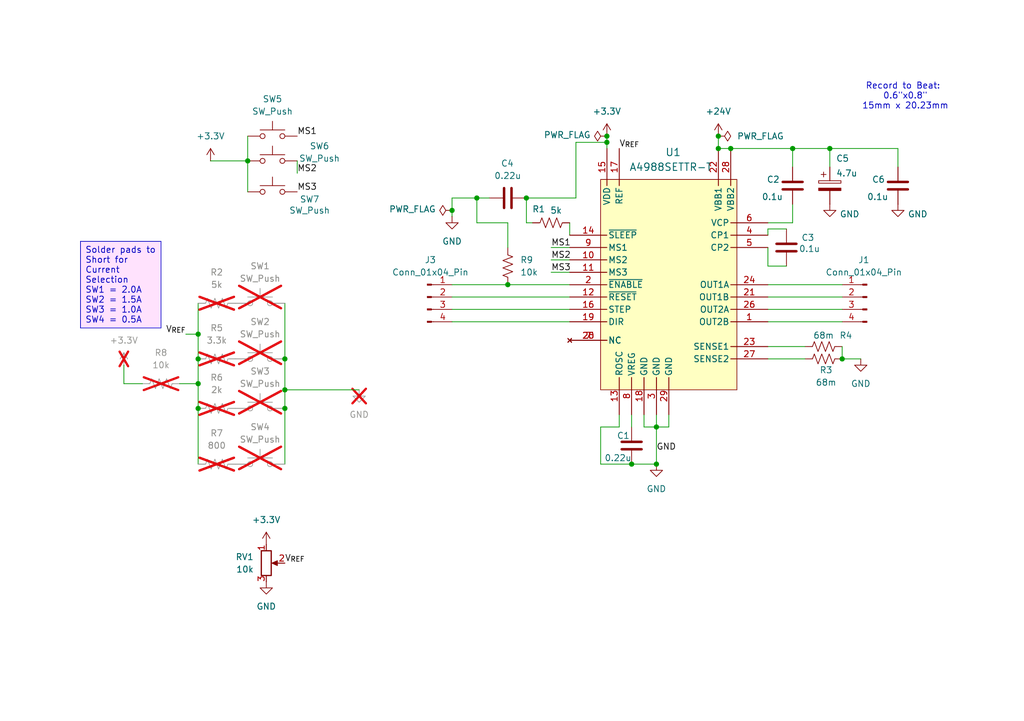
<source format=kicad_sch>
(kicad_sch (version 20231120) (generator "eeschema") (generator_version "8.0")
  (paper "A5")
  (title_block (title "NanoStep") (date "2024-08-13") (rev "1") (company "Aryan Ghosh") (comment 1 "Creating the smallest Stepper motor driver"))
  (lib_symbols
    (symbol "Connector:Conn_01x04_Pin" (pin_names (offset 1.016) hide)
      (property "Reference" "J" (at 0 5.08 0))
      (property "Value" "Conn_01x04_Pin" (at 0 -7.62 0))
      (symbol "Conn_01x04_Pin_1_1"
        (polyline (pts (xy 1.27 -5.08) (xy 0.8636 -5.08)) (stroke (width 0.1524)))
        (polyline (pts (xy 1.27 -2.54) (xy 0.8636 -2.54)) (stroke (width 0.1524)))
        (polyline (pts (xy 1.27 0) (xy 0.8636 0)) (stroke (width 0.1524)))
        (polyline (pts (xy 1.27 2.54) (xy 0.8636 2.54)) (stroke (width 0.1524)))
        (rectangle (start 0.8636 -4.953) (end 0 -5.207) (stroke (width 0.1524)) (fill (type outline)))
        (rectangle (start 0.8636 -2.413) (end 0 -2.667) (stroke (width 0.1524)) (fill (type outline)))
        (rectangle (start 0.8636 0.127) (end 0 -0.127) (stroke (width 0.1524)) (fill (type outline)))
        (rectangle (start 0.8636 2.667) (end 0 2.413) (stroke (width 0.1524)) (fill (type outline)))
        (pin passive line (at 5.08 2.54 180) (length 3.81) (name "Pin_1") (number "1"))
        (pin passive line (at 5.08 0 180) (length 3.81) (name "Pin_2") (number "2"))
        (pin passive line (at 5.08 -2.54 180) (length 3.81) (name "Pin_3") (number "3"))
        (pin passive line (at 5.08 -5.08 180) (length 3.81) (name "Pin_4") (number "4"))
      )
    )
    (symbol "Device:C" (pin_numbers hide) (pin_names (offset 0.254))
      (property "Reference" "C" (at 0.635 2.54 0))
      (property "Value" "C" (at 0.635 -2.54 0))
      (symbol "C_0_1"
        (polyline (pts (xy -2.032 -0.762) (xy 2.032 -0.762)) (stroke (width 0.508)))
        (polyline (pts (xy -2.032 0.762) (xy 2.032 0.762)) (stroke (width 0.508)))
      )
      (symbol "C_1_1"
        (pin passive line (at 0 3.81 270) (length 2.794) (name "~") (number "1"))
        (pin passive line (at 0 -3.81 90) (length 2.794) (name "~") (number "2"))
      )
    )
    (symbol "Device:C_Polarized" (pin_numbers hide) (pin_names (offset 0.254))
      (property "Reference" "C" (at 0.635 2.54 0))
      (property "Value" "C_Polarized" (at 0.635 -2.54 0))
      (symbol "C_Polarized_0_1"
        (rectangle (start -2.286 0.508) (end 2.286 1.016))
        (polyline (pts (xy -1.778 2.286) (xy -0.762 2.286)))
        (polyline (pts (xy -1.27 2.794) (xy -1.27 1.778)))
        (rectangle (start 2.286 -0.508) (end -2.286 -1.016) (fill (type outline)))
      )
      (symbol "C_Polarized_1_1"
        (pin passive line (at 0 3.81 270) (length 2.794) (name "~") (number "1"))
        (pin passive line (at 0 -3.81 90) (length 2.794) (name "~") (number "2"))
      )
    )
    (symbol "Device:R_Potentiometer" (pin_names (offset 1.016) hide)
      (property "Reference" "RV" (at -4.445 0 90))
      (property "Value" "R_Potentiometer" (at -2.54 0 90))
      (symbol "R_Potentiometer_0_1"
        (polyline (pts (xy 2.54 0) (xy 1.524 0)))
        (polyline (pts (xy 1.143 0) (xy 2.286 0.508) (xy 2.286 -0.508) (xy 1.143 0)) (fill (type outline)))
        (rectangle (start 1.016 2.54) (end -1.016 -2.54) (stroke (width 0.254)))
      )
      (symbol "R_Potentiometer_1_1"
        (pin passive line (at 0 3.81 270) (length 1.27) (name "1") (number "1"))
        (pin passive line (at 3.81 0 180) (length 1.27) (name "2") (number "2"))
        (pin passive line (at 0 -3.81 90) (length 1.27) (name "3") (number "3"))
      )
    )
    (symbol "Device:R_US" (pin_numbers hide) (pin_names (offset 0))
      (property "Reference" "R" (at 2.54 0 90))
      (property "Value" "R_US" (at -2.54 0 90))
      (symbol "R_US_0_1"
        (polyline (pts (xy 0 -2.286) (xy 0 -2.54)))
        (polyline (pts (xy 0 2.286) (xy 0 2.54)))
        (polyline (pts (xy 0 -0.762) (xy 1.016 -1.143) (xy 0 -1.524) (xy -1.016 -1.905) (xy 0 -2.286)))
        (polyline (pts (xy 0 0.762) (xy 1.016 0.381) (xy 0 0) (xy -1.016 -0.381) (xy 0 -0.762)))
        (polyline (pts (xy 0 2.286) (xy 1.016 1.905) (xy 0 1.524) (xy -1.016 1.143) (xy 0 0.762)))
      )
      (symbol "R_US_1_1"
        (pin passive line (at 0 3.81 270) (length 1.27) (name "~") (number "1"))
        (pin passive line (at 0 -3.81 90) (length 1.27) (name "~") (number "2"))
      )
    )
    (symbol "Project_Symbols:A4988SETTR-T" (pin_names (offset 0.254))
      (property "Reference" "U" (at 0 30.48 0))
      (property "Value" "A4988SETTR-T" (at 0 26.67 0))
      (symbol "A4988SETTR-T_0_1"
        (pin output line (at 20.32 -8.89 180) (length 7.62) (name "OUT2B") (number "1"))
        (pin input line (at -20.32 3.81 0) (length 7.62) (name "MS2") (number "10"))
        (pin input line (at -20.32 1.27 0) (length 7.62) (name "MS3") (number "11"))
        (pin unspecified line (at -10.16 -27.94 90) (length 7.62) (name "ROSC") (number "13"))
        (pin power_in line (at -12.7 26.67 270) (length 7.62) (name "VDD") (number "15"))
        (pin input line (at -20.32 -6.35 0) (length 7.62) (name "STEP") (number "16"))
        (pin input line (at -10.16 26.67 270) (length 7.62) (name "REF") (number "17"))
        (pin power_in line (at -5.08 -27.94 90) (length 7.62) (name "GND") (number "18"))
        (pin input line (at -20.32 -8.89 0) (length 7.62) (name "DIR") (number "19"))
        (pin no_connect line (at -20.32 -12.7 0) (length 7.62) (name "NC") (number "20"))
        (pin output line (at 20.32 -3.81 180) (length 7.62) (name "OUT1B") (number "21"))
        (pin power_in line (at 10.16 26.67 270) (length 7.62) (name "VBB1") (number "22"))
        (pin unspecified line (at 20.32 -13.97 180) (length 7.62) (name "SENSE1") (number "23"))
        (pin output line (at 20.32 -1.27 180) (length 7.62) (name "OUT1A") (number "24"))
        (pin no_connect line (at -20.32 -12.7 0) (length 7.62) (name "NC") (number "25"))
        (pin output line (at 20.32 -6.35 180) (length 7.62) (name "OUT2A") (number "26"))
        (pin unspecified line (at 20.32 -16.51 180) (length 7.62) (name "SENSE2") (number "27"))
        (pin power_in line (at 12.7 26.67 270) (length 7.62) (name "VBB2") (number "28"))
        (pin power_in line (at -2.54 -27.94 90) (length 7.62) (name "GND") (number "3"))
        (pin unspecified line (at 20.32 8.89 180) (length 7.62) (name "CP1") (number "4"))
        (pin unspecified line (at 20.32 6.35 180) (length 7.62) (name "CP2") (number "5"))
        (pin unspecified line (at 20.32 11.43 180) (length 7.62) (name "VCP") (number "6"))
        (pin no_connect line (at -20.32 -12.7 0) (length 7.62) (name "NC") (number "7"))
        (pin unspecified line (at -7.62 -27.94 90) (length 7.62) (name "VREG") (number "8"))
        (pin input line (at -20.32 6.35 0) (length 7.62) (name "MS1") (number "9"))
      )
      (symbol "A4988SETTR-T_1_1"
        (rectangle (start -13.97 20.32) (end 13.97 -22.86) (fill (type background)))
        (pin input line (at -20.32 -3.81 0) (length 7.62) (name "~{RESET}") (number "12"))
        (pin input line (at -20.32 8.89 0) (length 7.62) (name "~{SLEEP}") (number "14"))
        (pin input line (at -20.32 -1.27 0) (length 7.62) (name "~{ENABLE}") (number "2"))
        (pin power_in line (at 0 -27.94 90) (length 7.62) (name "GND") (number "29"))
      )
    )
    (symbol "Switch:SW_Push" (pin_numbers hide) (pin_names (offset 1.016) hide)
      (property "Reference" "SW" (at 1.27 2.54 0))
      (property "Value" "SW_Push" (at 0 -1.524 0))
      (symbol "SW_Push_0_1"
        (circle (center -2.032 0) (radius 0.508))
        (polyline (pts (xy 0 1.27) (xy 0 3.048)))
        (polyline (pts (xy 2.54 1.27) (xy -2.54 1.27)))
        (circle (center 2.032 0) (radius 0.508))
        (pin passive line (at -5.08 0 0) (length 2.54) (name "1") (number "1"))
        (pin passive line (at 5.08 0 180) (length 2.54) (name "2") (number "2"))
      )
    )
    (symbol "power:+24V" (power) (pin_numbers hide) (pin_names (offset 0) hide)
      (property "Value" "+24V" (at 0 3.556 0))
      (symbol "+24V_0_1"
        (polyline (pts (xy -0.762 1.27) (xy 0 2.54)))
        (polyline (pts (xy 0 0) (xy 0 2.54)))
        (polyline (pts (xy 0 2.54) (xy 0.762 1.27)))
      )
      (symbol "+24V_1_1"
        (pin power_in line (at 0 0 90) (length 0) (name "~") (number "1"))
      )
    )
    (symbol "power:+3.3V" (power) (pin_numbers hide) (pin_names (offset 0) hide)
      (property "Value" "+3.3V" (at 0 3.556 0))
      (symbol "+3.3V_0_1"
        (polyline (pts (xy -0.762 1.27) (xy 0 2.54)))
        (polyline (pts (xy 0 0) (xy 0 2.54)))
        (polyline (pts (xy 0 2.54) (xy 0.762 1.27)))
      )
      (symbol "+3.3V_1_1"
        (pin power_in line (at 0 0 90) (length 0) (name "~") (number "1"))
      )
    )
    (symbol "power:GND" (power) (pin_numbers hide) (pin_names (offset 0) hide)
      (property "Value" "GND" (at 0 -3.81 0))
      (symbol "GND_0_1"
        (polyline (pts (xy 0 0) (xy 0 -1.27) (xy 1.27 -1.27) (xy 0 -2.54) (xy -1.27 -1.27) (xy 0 -1.27)))
      )
      (symbol "GND_1_1"
        (pin power_in line (at 0 0 270) (length 0) (name "~") (number "1"))
      )
    )
    (symbol "power:PWR_FLAG" (power) (pin_numbers hide) (pin_names (offset 0) hide)
      (property "Value" "PWR_FLAG" (at 0 3.81 0))
      (symbol "PWR_FLAG_0_0"
        (pin power_out line (at 0 0 90) (length 0) (name "~") (number "1"))
      )
      (symbol "PWR_FLAG_0_1"
        (polyline (pts (xy 0 0) (xy 0 1.27) (xy -1.016 1.905) (xy 0 2.54) (xy 1.016 1.905) (xy 0 1.27)))
      )
    )
  )
  (junction (at 124.46 29.21))
  (junction (at 104.14 58.42))
  (junction (at 50.8 33.02))
  (junction (at 58.42 73.66))
  (junction (at 147.32 27.94))
  (junction (at 124.46 27.94))
  (junction (at 40.64 68.58))
  (junction (at 172.72 73.66))
  (junction (at 40.64 73.66))
  (junction (at 147.32 30.48))
  (junction (at 107.95 40.64))
  (junction (at 92.71 43.18))
  (junction (at 40.64 83.82))
  (junction (at 129.54 95.25))
  (junction (at 170.18 30.48))
  (junction (at 58.42 80.01))
  (junction (at 40.64 78.74))
  (junction (at 149.86 30.48))
  (junction (at 97.79 40.64))
  (junction (at 134.62 95.25))
  (junction (at 162.56 30.48))
  (junction (at 134.62 87.63))
  (junction (at 58.42 83.82))
  (wire (pts (xy 184.15 34.29) (xy 184.15 30.48)))
  (wire (pts (xy 123.19 87.63) (xy 127 87.63)))
  (wire (pts (xy 29.21 78.74) (xy 25.4 78.74)))
  (wire (pts (xy 118.11 29.21) (xy 118.11 40.64)))
  (wire (pts (xy 157.48 46.99) (xy 157.48 48.26)))
  (wire (pts (xy 123.19 87.63) (xy 123.19 95.25)))
  (wire (pts (xy 129.54 95.25) (xy 134.62 95.25)))
  (wire (pts (xy 92.71 43.18) (xy 92.71 40.64)))
  (wire (pts (xy 134.62 87.63) (xy 137.16 87.63)))
  (wire (pts (xy 92.71 44.45) (xy 92.71 43.18)))
  (wire (pts (xy 25.4 74.93) (xy 25.4 78.74)))
  (wire (pts (xy 157.48 54.61) (xy 157.48 50.8)))
  (wire (pts (xy 129.54 85.09) (xy 129.54 87.63)))
  (wire (pts (xy 157.48 63.5) (xy 172.72 63.5)))
  (wire (pts (xy 113.03 55.88) (xy 116.84 55.88)))
  (wire (pts (xy 170.18 34.29) (xy 170.18 30.48)))
  (wire (pts (xy 36.83 78.74) (xy 40.64 78.74)))
  (wire (pts (xy 113.03 50.8) (xy 116.84 50.8)))
  (wire (pts (xy 92.71 66.04) (xy 116.84 66.04)))
  (wire (pts (xy 58.42 62.23) (xy 58.42 73.66)))
  (wire (pts (xy 127 87.63) (xy 127 85.09)))
  (wire (pts (xy 162.56 30.48) (xy 170.18 30.48)))
  (wire (pts (xy 107.95 40.64) (xy 107.95 45.72)))
  (wire (pts (xy 104.14 45.72) (xy 97.79 45.72)))
  (wire (pts (xy 40.64 83.82) (xy 40.64 95.25)))
  (wire (pts (xy 172.72 73.66) (xy 176.53 73.66)))
  (wire (pts (xy 134.62 87.63) (xy 134.62 95.25)))
  (wire (pts (xy 124.46 27.94) (xy 124.46 29.21)))
  (wire (pts (xy 40.64 68.58) (xy 40.64 73.66)))
  (wire (pts (xy 157.48 46.99) (xy 161.29 46.99)))
  (wire (pts (xy 92.71 58.42) (xy 104.14 58.42)))
  (wire (pts (xy 172.72 71.12) (xy 172.72 73.66)))
  (wire (pts (xy 40.64 73.66) (xy 40.64 78.74)))
  (wire (pts (xy 92.71 60.96) (xy 116.84 60.96)))
  (wire (pts (xy 40.64 78.74) (xy 40.64 83.82)))
  (wire (pts (xy 50.8 27.94) (xy 50.8 33.02)))
  (wire (pts (xy 92.71 40.64) (xy 97.79 40.64)))
  (wire (pts (xy 40.64 62.23) (xy 40.64 68.58)))
  (wire (pts (xy 124.46 29.21) (xy 118.11 29.21)))
  (wire (pts (xy 157.48 60.96) (xy 172.72 60.96)))
  (wire (pts (xy 157.48 45.72) (xy 162.56 45.72)))
  (wire (pts (xy 132.08 85.09) (xy 132.08 87.63)))
  (wire (pts (xy 50.8 33.02) (xy 50.8 39.37)))
  (wire (pts (xy 92.71 63.5) (xy 116.84 63.5)))
  (wire (pts (xy 161.29 54.61) (xy 157.48 54.61)))
  (wire (pts (xy 132.08 87.63) (xy 134.62 87.63)))
  (wire (pts (xy 97.79 40.64) (xy 100.33 40.64)))
  (wire (pts (xy 97.79 45.72) (xy 97.79 40.64)))
  (wire (pts (xy 60.96 35.56) (xy 60.96 33.02)))
  (wire (pts (xy 104.14 58.42) (xy 116.84 58.42)))
  (wire (pts (xy 124.46 29.21) (xy 124.46 30.48)))
  (wire (pts (xy 113.03 53.34) (xy 116.84 53.34)))
  (wire (pts (xy 157.48 58.42) (xy 172.72 58.42)))
  (wire (pts (xy 116.84 45.72) (xy 116.84 48.26)))
  (wire (pts (xy 147.32 27.94) (xy 147.32 30.48)))
  (wire (pts (xy 58.42 80.01) (xy 58.42 83.82)))
  (wire (pts (xy 184.15 30.48) (xy 170.18 30.48)))
  (wire (pts (xy 149.86 30.48) (xy 162.56 30.48)))
  (wire (pts (xy 162.56 45.72) (xy 162.56 41.91)))
  (wire (pts (xy 38.1 68.58) (xy 40.64 68.58)))
  (wire (pts (xy 157.48 71.12) (xy 165.1 71.12)))
  (wire (pts (xy 107.95 45.72) (xy 109.22 45.72)))
  (wire (pts (xy 58.42 83.82) (xy 58.42 95.25)))
  (wire (pts (xy 104.14 50.8) (xy 104.14 45.72)))
  (wire (pts (xy 58.42 73.66) (xy 58.42 80.01)))
  (wire (pts (xy 58.42 80.01) (xy 73.66 80.01)))
  (wire (pts (xy 157.48 73.66) (xy 165.1 73.66)))
  (wire (pts (xy 162.56 34.29) (xy 162.56 30.48)))
  (wire (pts (xy 123.19 95.25) (xy 129.54 95.25)))
  (wire (pts (xy 134.62 85.09) (xy 134.62 87.63)))
  (wire (pts (xy 43.18 33.02) (xy 50.8 33.02)))
  (wire (pts (xy 137.16 85.09) (xy 137.16 87.63)))
  (wire (pts (xy 157.48 66.04) (xy 172.72 66.04)))
  (wire (pts (xy 147.32 30.48) (xy 149.86 30.48)))
  (wire (pts (xy 107.95 40.64) (xy 118.11 40.64)))
  (text_box "Solder pads to Short for Current Selection\nSW1 = 2.0A\nSW2 = 1.5A\nSW3 = 1.0A\nSW4 = 0.5A" (at 16.51 49.53 0) (size 16.51 17.78) (fill (type color) (color 255 226 253 1)) (effects (font (size 1.27 1.27)) (justify left top)))
  (text "Record to Beat: \n0.6\"x0.8\"\n15mm x 20.23mm" (at 185.674 19.812 0) (effects (font (size 1.27 1.27))))
  (label "V_{REF}" (at 58.42 115.57 0))
  (label "MS2" (at 60.96 35.56 0))
  (label "V_{REF}" (at 127 30.48 0))
  (label "MS3" (at 113.03 55.88 0))
  (label "GND" (at 134.62 92.71 0))
  (label "MS2" (at 113.03 53.34 0))
  (label "MS3" (at 60.96 39.37 0))
  (label "MS1" (at 113.03 50.8 0))
  (label "V_{REF}" (at 38.1 68.58 180))
  (label "MS1" (at 60.96 27.94 0))
  (symbol (lib_id "power:GND") (at 54.61 119.38 0) (unit 1)
    (property "Reference" "#PWR013" (effects (hide yes)))
    (property "Value" "GND" (at 54.61 124.46 0))
    (property "Description" "Power symbol creates a global label with name \"GND\" , ground" (effects (hide yes)))
  )
  (symbol (lib_id "power:GND") (at 92.71 44.45 0) (unit 1)
    (property "Reference" "#PWR05" (effects (hide yes)))
    (property "Value" "GND" (at 92.71 49.53 0))
    (property "Description" "Power symbol creates a global label with name \"GND\" , ground" (effects (hide yes)))
  )
  (symbol (lib_id "power:PWR_FLAG") (at 124.46 27.94 90) (unit 1)
    (property "Reference" "#FLG01" (effects (hide yes)))
    (property "Value" "PWR_FLAG" (at 116.332 27.686 90))
    (property "Description" "Special symbol for telling ERC where power comes from" (effects (hide yes)))
  )
  (symbol (lib_id "Device:R_US") (at 44.45 62.23 90) (unit 1) (on_board no) (dnp yes)
    (property "Reference" "R2" (at 44.45 55.88 90))
    (property "Value" "5k" (at 44.45 58.42 90))
    (property "Description" "Resistor, US symbol" (effects (hide yes)))
  )
  (symbol (lib_id "Switch:SW_Push") (at 55.88 27.94 0) (unit 1)
    (property "Reference" "SW5" (at 55.88 20.32 0))
    (property "Value" "SW_Push" (at 55.88 22.86 0))
    (property "Footprint" "Footprints:Pads to short" (effects (hide yes)))
    (property "Description" "Push button switch, generic, two pins" (effects (hide yes)))
  )
  (symbol (lib_id "power:+3.3V") (at 43.18 33.02 0) (unit 1)
    (property "Reference" "#PWR011" (effects (hide yes)))
    (property "Value" "+3.3V" (at 43.18 27.94 0))
    (property "Description" "Power symbol creates a global label with name \"+3.3V\"" (effects (hide yes)))
  )
  (symbol (lib_id "Switch:SW_Push") (at 53.34 83.82 0) (unit 1) (on_board no) (dnp yes)
    (property "Reference" "SW3" (at 53.34 76.2 0))
    (property "Value" "SW_Push" (at 53.34 78.74 0))
    (property "Description" "Push button switch, generic, two pins" (effects (hide yes)))
  )
  (symbol (lib_id "Device:R_US") (at 33.02 78.74 90) (unit 1) (on_board no) (dnp yes)
    (property "Reference" "R8" (at 33.02 72.39 90))
    (property "Value" "10k" (at 33.02 74.93 90))
    (property "Description" "Resistor, US symbol" (effects (hide yes)))
  )
  (symbol (lib_id "Device:C") (at 184.15 38.1 180) (unit 1)
    (property "Reference" "C6" (at 178.816 36.83 0) (effects (justify right)))
    (property "Value" "0.1u" (at 177.8 40.386 0) (effects (justify right)))
    (property "Footprint" "Capacitor_SMD:C_0402_1005Metric" (effects (hide yes)))
    (property "Description" "Unpolarized capacitor" (effects (hide yes)))
  )
  (symbol (lib_id "Device:C") (at 161.29 50.8 180) (unit 1)
    (property "Reference" "C3" (at 164.338 48.768 0) (effects (justify right)))
    (property "Value" "0.1u" (at 163.83 51.054 0) (effects (justify right)))
    (property "Footprint" "Capacitor_SMD:C_0402_1005Metric" (effects (hide yes)))
    (property "Description" "Unpolarized capacitor" (effects (hide yes)))
  )
  (symbol (lib_id "power:PWR_FLAG") (at 147.32 27.94 270) (unit 1)
    (property "Reference" "#FLG02" (effects (hide yes)))
    (property "Value" "PWR_FLAG" (at 151.13 27.9399 90) (effects (justify left)))
    (property "Description" "Special symbol for telling ERC where power comes from" (effects (hide yes)))
  )
  (symbol (lib_id "Device:C") (at 129.54 91.44 180) (unit 1)
    (property "Reference" "C1" (at 126.492 89.408 0) (effects (justify right)))
    (property "Value" "0.22u" (at 123.952 93.98 0) (effects (justify right)))
    (property "Footprint" "Capacitor_SMD:C_0402_1005Metric" (effects (hide yes)))
    (property "Description" "Unpolarized capacitor" (effects (hide yes)))
  )
  (symbol (lib_id "Device:C") (at 162.56 38.1 180) (unit 1)
    (property "Reference" "C2" (at 157.226 36.83 0) (effects (justify right)))
    (property "Value" "0.1u" (at 156.21 40.386 0) (effects (justify right)))
    (property "Footprint" "Capacitor_SMD:C_0402_1005Metric" (effects (hide yes)))
    (property "Description" "Unpolarized capacitor" (effects (hide yes)))
  )
  (symbol (lib_id "Device:R_Potentiometer") (at 54.61 115.57 0) (unit 1)
    (property "Reference" "RV1" (at 52.07 114.2999 0) (effects (justify right)))
    (property "Value" "10k" (at 52.07 116.8399 0) (effects (justify right)))
    (property "Footprint" "Footprints:POT_3314J" (effects (hide yes)))
    (property "Description" "Potentiometer" (effects (hide yes)))
  )
  (symbol (lib_id "power:+3.3V") (at 25.4 74.93 0) (unit 1) (on_board no) (dnp yes)
    (property "Reference" "#PWR01" (effects (hide yes)))
    (property "Value" "+3.3V" (at 25.4 69.85 0))
    (property "Description" "Power symbol creates a global label with name \"+3.3V\"" (effects (hide yes)))
  )
  (symbol (lib_id "Switch:SW_Push") (at 53.34 62.23 0) (unit 1) (on_board no) (dnp yes)
    (property "Reference" "SW1" (at 53.34 54.61 0))
    (property "Value" "SW_Push" (at 53.34 57.15 0))
    (property "Description" "Push button switch, generic, two pins" (effects (hide yes)))
  )
  (symbol (lib_id "Connector:Conn_01x04_Pin") (at 87.63 60.96 0) (unit 1)
    (property "Reference" "J3" (at 88.265 53.34 0))
    (property "Value" "Conn_01x04_Pin" (at 88.265 55.88 0))
    (property "Footprint" "Connector_PinHeader_1.00mm:PinHeader_1x04_P1.00mm_Vertical_SMD_Pin1Left" (effects (hide yes)))
    (property "Description" "Generic connector, single row, 01x04, script generated" (effects (hide yes)))
  )
  (symbol (lib_id "Device:R_US") (at 44.45 83.82 90) (unit 1) (on_board no) (dnp yes)
    (property "Reference" "R6" (at 44.45 77.47 90))
    (property "Value" "2k" (at 44.45 80.01 90))
    (property "Description" "Resistor, US symbol" (effects (hide yes)))
  )
  (symbol (lib_id "power:GND") (at 73.66 80.01 0) (unit 1) (on_board no) (dnp yes)
    (property "Reference" "#PWR03" (effects (hide yes)))
    (property "Value" "GND" (at 73.66 85.09 0))
    (property "Description" "Power symbol creates a global label with name \"GND\" , ground" (effects (hide yes)))
  )
  (symbol (lib_id "Project_Symbols:A4988SETTR-T") (at 137.16 57.15 0) (unit 1)
    (property "Reference" "U1" (at 136.398 31.242 0) (effects (font (size 1.524 1.524)) (justify left)))
    (property "Value" "A4988SETTR-T" (at 129.032 34.29 0) (effects (font (size 1.524 1.524)) (justify left)))
    (property "Footprint" "Footprints:A4988_QFN-28_ALM" (effects (hide yes)))
    (property "Datasheet" "A4988SETTR-T" (effects (hide yes)))
  )
  (symbol (lib_id "Device:R_US") (at 113.03 45.72 90) (unit 1)
    (property "Reference" "R1" (at 110.49 42.926 90))
    (property "Value" "5k" (at 114.046 43.18 90))
    (property "Footprint" "Resistor_SMD:R_0402_1005Metric" (effects (hide yes)))
    (property "Description" "Resistor, US symbol" (effects (hide yes)))
  )
  (symbol (lib_id "Switch:SW_Push") (at 53.34 73.66 0) (unit 1) (on_board no) (dnp yes)
    (property "Reference" "SW2" (at 53.34 66.04 0))
    (property "Value" "SW_Push" (at 53.34 68.58 0))
    (property "Description" "Push button switch, generic, two pins" (effects (hide yes)))
  )
  (symbol (lib_id "Device:C") (at 104.14 40.64 270) (unit 1)
    (property "Reference" "C4" (at 105.41 33.528 90) (effects (justify right)))
    (property "Value" "0.22u" (at 106.934 36.068 90) (effects (justify right)))
    (property "Footprint" "Capacitor_SMD:C_0402_1005Metric" (effects (hide yes)))
    (property "Description" "Unpolarized capacitor" (effects (hide yes)))
  )
  (symbol (lib_id "Device:C_Polarized") (at 170.18 38.1 0) (unit 1)
    (property "Reference" "C5" (at 171.45 32.512 0) (effects (justify left)))
    (property "Value" "4.7u" (at 171.45 35.56 0) (effects (justify left)))
    (property "Footprint" "Capacitor_SMD:C_0603_1608Metric" (effects (hide yes)))
    (property "Description" "Polarized capacitor" (effects (hide yes)))
  )
  (symbol (lib_id "power:GND") (at 184.15 41.91 0) (unit 1)
    (property "Reference" "#PWR04" (effects (hide yes)))
    (property "Value" "GND" (at 188.214 43.942 0))
    (property "Description" "Power symbol creates a global label with name \"GND\" , ground" (effects (hide yes)))
  )
  (symbol (lib_id "power:GND") (at 134.62 95.25 0) (unit 1)
    (property "Reference" "#PWR02" (effects (hide yes)))
    (property "Value" "GND" (at 134.62 100.33 0))
    (property "Description" "Power symbol creates a global label with name \"GND\" , ground" (effects (hide yes)))
  )
  (symbol (lib_id "power:+24V") (at 147.32 27.94 0) (unit 1)
    (property "Reference" "#PWR08" (effects (hide yes)))
    (property "Value" "+24V" (at 147.32 22.86 0))
    (property "Description" "Power symbol creates a global label with name \"+24V\"" (effects (hide yes)))
  )
  (symbol (lib_id "Device:R_US") (at 168.91 73.66 90) (unit 1)
    (property "Reference" "R3" (at 169.418 75.946 90))
    (property "Value" "68m" (at 169.418 78.486 90))
    (property "Footprint" "Resistor_SMD:R_0402_1005Metric" (effects (hide yes)))
    (property "Description" "Resistor, US symbol" (effects (hide yes)))
  )
  (symbol (lib_id "Device:R_US") (at 168.91 71.12 90) (unit 1)
    (property "Reference" "R4" (at 173.482 68.834 90))
    (property "Value" "68m" (at 168.91 68.834 90))
    (property "Footprint" "Resistor_SMD:R_0402_1005Metric" (effects (hide yes)))
    (property "Description" "Resistor, US symbol" (effects (hide yes)))
  )
  (symbol (lib_id "power:+3.3V") (at 54.61 111.76 0) (unit 1)
    (property "Reference" "#PWR012" (effects (hide yes)))
    (property "Value" "+3.3V" (at 54.61 106.68 0))
    (property "Description" "Power symbol creates a global label with name \"+3.3V\"" (effects (hide yes)))
  )
  (symbol (lib_id "Device:R_US") (at 44.45 95.25 90) (unit 1) (on_board no) (dnp yes)
    (property "Reference" "R7" (at 44.45 88.9 90))
    (property "Value" "800" (at 44.45 91.44 90))
    (property "Description" "Resistor, US symbol" (effects (hide yes)))
  )
  (symbol (lib_id "power:GND") (at 170.18 41.91 0) (unit 1)
    (property "Reference" "#PWR07" (effects (hide yes)))
    (property "Value" "GND" (at 174.244 43.942 0))
    (property "Description" "Power symbol creates a global label with name \"GND\" , ground" (effects (hide yes)))
  )
  (symbol (lib_id "Device:R_US") (at 44.45 73.66 90) (unit 1) (on_board no) (dnp yes)
    (property "Reference" "R5" (at 44.45 67.31 90))
    (property "Value" "3.3k" (at 44.45 69.85 90))
    (property "Description" "Resistor, US symbol" (effects (hide yes)))
  )
  (symbol (lib_id "Connector:Conn_01x04_Pin") (at 177.8 60.96 0) (mirror y) (unit 1)
    (property "Reference" "J1" (at 177.165 53.34 0))
    (property "Value" "Conn_01x04_Pin" (at 177.165 55.88 0))
    (property "Footprint" "Connector_PinHeader_2.54mm:PinHeader_1x04_P2.54mm_Vertical" (effects (hide yes)))
    (property "Description" "Generic connector, single row, 01x04, script generated" (effects (hide yes)))
  )
  (symbol (lib_id "Switch:SW_Push") (at 55.88 39.37 0) (unit 1)
    (property "Reference" "SW7" (at 63.5 40.894 0))
    (property "Value" "SW_Push" (at 63.5 43.18 0))
    (property "Footprint" "Footprints:Pads to short" (effects (hide yes)))
    (property "Description" "Push button switch, generic, two pins" (effects (hide yes)))
  )
  (symbol (lib_id "power:+3.3V") (at 124.46 27.94 0) (unit 1)
    (property "Reference" "#PWR06" (effects (hide yes)))
    (property "Value" "+3.3V" (at 124.46 22.86 0))
    (property "Description" "Power symbol creates a global label with name \"+3.3V\"" (effects (hide yes)))
  )
  (symbol (lib_id "power:GND") (at 176.53 73.66 0) (unit 1)
    (property "Reference" "#PWR09" (effects (hide yes)))
    (property "Value" "GND" (at 176.53 78.74 0))
    (property "Description" "Power symbol creates a global label with name \"GND\" , ground" (effects (hide yes)))
  )
  (symbol (lib_id "Switch:SW_Push") (at 53.34 95.25 0) (unit 1) (on_board no) (dnp yes)
    (property "Reference" "SW4" (at 53.34 87.63 0))
    (property "Value" "SW_Push" (at 53.34 90.17 0))
    (property "Description" "Push button switch, generic, two pins" (effects (hide yes)))
  )
  (symbol (lib_id "power:PWR_FLAG") (at 92.71 43.18 90) (unit 1)
    (property "Reference" "#FLG03" (effects (hide yes)))
    (property "Value" "PWR_FLAG" (at 84.582 42.926 90))
    (property "Description" "Special symbol for telling ERC where power comes from" (effects (hide yes)))
  )
  (symbol (lib_id "Device:R_US") (at 104.14 54.61 180) (unit 1)
    (property "Reference" "R9" (at 106.68 53.3399 0) (effects (justify right)))
    (property "Value" "10k" (at 106.68 55.8799 0) (effects (justify right)))
    (property "Footprint" "Resistor_SMD:R_0402_1005Metric" (effects (hide yes)))
    (property "Description" "Resistor, US symbol" (effects (hide yes)))
  )
  (symbol (lib_id "Switch:SW_Push") (at 55.88 33.02 0) (unit 1)
    (property "Reference" "SW6" (at 65.532 29.972 0))
    (property "Value" "SW_Push" (at 65.532 32.512 0))
    (property "Footprint" "Footprints:Pads to short" (effects (hide yes)))
    (property "Description" "Push button switch, generic, two pins" (effects (hide yes)))
  )
)
</source>
